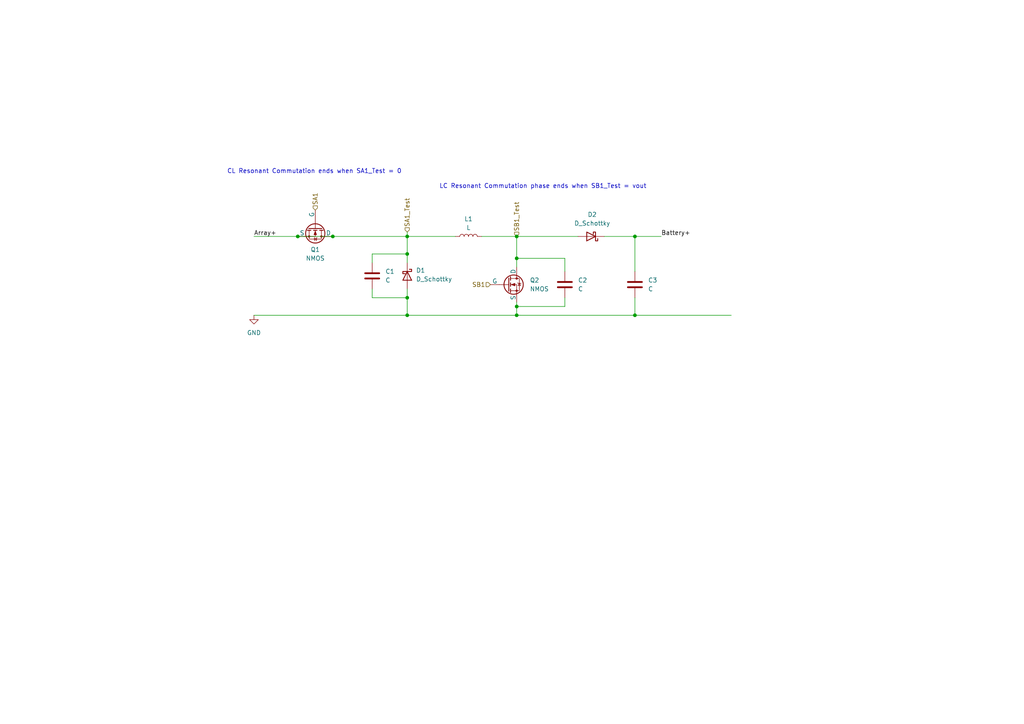
<source format=kicad_sch>
(kicad_sch (version 20231120) (generator "eeschema") (generator_version "8.0")
  (paper "A4")
  (lib_symbols
    (symbol "Device:C" (pin_numbers hide) (pin_names (offset 0.254))
      (property "Reference" "C" (at 0.635 2.54 0))
      (property "Value" "C" (at 0.635 -2.54 0))
      (symbol "C_0_1"
        (polyline (pts (xy -2.032 -0.762) (xy 2.032 -0.762)) (stroke (width 0.508)))
        (polyline (pts (xy -2.032 0.762) (xy 2.032 0.762)) (stroke (width 0.508)))
      )
      (symbol "C_1_1"
        (pin passive line (at 0 3.81 270) (length 2.794) (name "~") (number "1"))
        (pin passive line (at 0 -3.81 90) (length 2.794) (name "~") (number "2"))
      )
    )
    (symbol "Device:D_Schottky" (pin_numbers hide) (pin_names (offset 1.016) hide)
      (property "Reference" "D" (at 0 2.54 0))
      (property "Value" "D_Schottky" (at 0 -2.54 0))
      (symbol "D_Schottky_0_1"
        (polyline (pts (xy 1.27 0) (xy -1.27 0)))
        (polyline (pts (xy 1.27 1.27) (xy 1.27 -1.27) (xy -1.27 0) (xy 1.27 1.27)) (stroke (width 0.254)))
        (polyline (pts (xy -1.905 0.635) (xy -1.905 1.27) (xy -1.27 1.27) (xy -1.27 -1.27) (xy -0.635 -1.27) (xy -0.635 -0.635)) (stroke (width 0.254)))
      )
      (symbol "D_Schottky_1_1"
        (pin passive line (at -3.81 0 0) (length 2.54) (name "K") (number "1"))
        (pin passive line (at 3.81 0 180) (length 2.54) (name "A") (number "2"))
      )
    )
    (symbol "Device:L" (pin_numbers hide) (pin_names (offset 1.016) hide)
      (property "Reference" "L" (at -1.27 0 90))
      (property "Value" "L" (at 1.905 0 90))
      (symbol "L_0_1"
        (arc (start 0 -2.54) (mid 0.6323 -1.905) (end 0 -1.27))
        (arc (start 0 -1.27) (mid 0.6323 -0.635) (end 0 0))
        (arc (start 0 0) (mid 0.6323 0.635) (end 0 1.27))
        (arc (start 0 1.27) (mid 0.6323 1.905) (end 0 2.54))
      )
      (symbol "L_1_1"
        (pin passive line (at 0 3.81 270) (length 1.27) (name "1") (number "1"))
        (pin passive line (at 0 -3.81 90) (length 1.27) (name "2") (number "2"))
      )
    )
    (symbol "Simulation_SPICE:NMOS" (pin_numbers hide) (pin_names (offset 0))
      (property "Reference" "Q" (at 5.08 1.27 0))
      (property "Value" "NMOS" (at 5.08 -1.27 0))
      (symbol "NMOS_0_1"
        (polyline (pts (xy 0.254 0) (xy -2.54 0)))
        (polyline (pts (xy 0.254 1.905) (xy 0.254 -1.905)) (stroke (width 0.254)))
        (polyline (pts (xy 0.762 -1.27) (xy 0.762 -2.286)) (stroke (width 0.254)))
        (polyline (pts (xy 0.762 0.508) (xy 0.762 -0.508)) (stroke (width 0.254)))
        (polyline (pts (xy 0.762 2.286) (xy 0.762 1.27)) (stroke (width 0.254)))
        (polyline (pts (xy 2.54 2.54) (xy 2.54 1.778)))
        (polyline (pts (xy 2.54 -2.54) (xy 2.54 0) (xy 0.762 0)))
        (polyline (pts (xy 0.762 -1.778) (xy 3.302 -1.778) (xy 3.302 1.778) (xy 0.762 1.778)))
        (polyline (pts (xy 1.016 0) (xy 2.032 0.381) (xy 2.032 -0.381) (xy 1.016 0)) (fill (type outline)))
        (polyline (pts (xy 2.794 0.508) (xy 2.921 0.381) (xy 3.683 0.381) (xy 3.81 0.254)))
        (polyline (pts (xy 3.302 0.381) (xy 2.921 -0.254) (xy 3.683 -0.254) (xy 3.302 0.381)))
        (circle (center 1.651 0) (radius 2.794) (stroke (width 0.254)))
        (circle (center 2.54 -1.778) (radius 0.254) (fill (type outline)))
        (circle (center 2.54 1.778) (radius 0.254) (fill (type outline)))
      )
      (symbol "NMOS_1_1"
        (pin passive line (at 2.54 5.08 270) (length 2.54) (name "D") (number "1"))
        (pin input line (at -5.08 0 0) (length 2.54) (name "G") (number "2"))
        (pin passive line (at 2.54 -5.08 90) (length 2.54) (name "S") (number "3"))
      )
    )
    (symbol "power:GND" (power) (pin_numbers hide) (pin_names (offset 0) hide)
      (property "Value" "GND" (at 0 -3.81 0))
      (symbol "GND_0_1"
        (polyline (pts (xy 0 0) (xy 0 -1.27) (xy 1.27 -1.27) (xy 0 -2.54) (xy -1.27 -1.27) (xy 0 -1.27)))
      )
      (symbol "GND_1_1"
        (pin power_in line (at 0 0 270) (length 0) (name "~") (number "1"))
      )
    )
  )
  (junction (at 118.11 73.66))
  (junction (at 118.11 91.44))
  (junction (at 149.86 91.44))
  (junction (at 118.11 68.58))
  (junction (at 149.86 68.58))
  (junction (at 86.36 68.58))
  (junction (at 149.86 74.93))
  (junction (at 118.11 86.36))
  (junction (at 184.15 91.44))
  (junction (at 149.86 88.9))
  (junction (at 96.52 68.58))
  (junction (at 184.15 68.58))
  (wire (pts (xy 163.83 78.74) (xy 163.83 74.93)))
  (wire (pts (xy 118.11 86.36) (xy 118.11 91.44)))
  (wire (pts (xy 149.86 87.63) (xy 149.86 88.9)))
  (wire (pts (xy 184.15 91.44) (xy 212.09 91.44)))
  (wire (pts (xy 184.15 91.44) (xy 149.86 91.44)))
  (wire (pts (xy 118.11 67.31) (xy 118.11 68.58)))
  (wire (pts (xy 149.86 68.58) (xy 167.64 68.58)))
  (wire (pts (xy 118.11 68.58) (xy 132.08 68.58)))
  (wire (pts (xy 118.11 68.58) (xy 96.52 68.58)))
  (wire (pts (xy 163.83 74.93) (xy 149.86 74.93)))
  (wire (pts (xy 96.52 68.58) (xy 86.36 68.58)))
  (wire (pts (xy 163.83 88.9) (xy 149.86 88.9)))
  (wire (pts (xy 118.11 83.82) (xy 118.11 86.36)))
  (wire (pts (xy 149.86 77.47) (xy 149.86 74.93)))
  (wire (pts (xy 149.86 88.9) (xy 149.86 91.44)))
  (wire (pts (xy 107.95 83.82) (xy 107.95 86.36)))
  (wire (pts (xy 149.86 91.44) (xy 118.11 91.44)))
  (wire (pts (xy 118.11 73.66) (xy 118.11 76.2)))
  (wire (pts (xy 73.66 91.44) (xy 118.11 91.44)))
  (wire (pts (xy 163.83 86.36) (xy 163.83 88.9)))
  (wire (pts (xy 118.11 86.36) (xy 107.95 86.36)))
  (wire (pts (xy 118.11 68.58) (xy 118.11 73.66)))
  (wire (pts (xy 175.26 68.58) (xy 184.15 68.58)))
  (wire (pts (xy 107.95 73.66) (xy 118.11 73.66)))
  (wire (pts (xy 184.15 68.58) (xy 191.77 68.58)))
  (wire (pts (xy 73.66 68.58) (xy 86.36 68.58)))
  (wire (pts (xy 139.7 68.58) (xy 149.86 68.58)))
  (wire (pts (xy 184.15 68.58) (xy 184.15 78.74)))
  (wire (pts (xy 107.95 76.2) (xy 107.95 73.66)))
  (wire (pts (xy 184.15 86.36) (xy 184.15 91.44)))
  (wire (pts (xy 149.86 74.93) (xy 149.86 68.58)))
  (text "CL Resonant Commutation ends when SA1_Test = 0\n\n" (at 91.186 50.8 0) (effects (font (size 1.27 1.27))))
  (text "LC Resonant Commutation phase ends when SB1_Test = vout\n" (at 157.48 54.102 0) (effects (font (size 1.27 1.27))))
  (label "Array+" (at 73.66 68.58 0))
  (label "Battery+" (at 191.77 68.58 0))
  (hierarchical_label "SB1_Test" (shape input) (at 149.86 68.58 90))
  (hierarchical_label "SA1_Test" (shape input) (at 118.11 67.31 90))
  (hierarchical_label "SB1" (shape input) (at 142.24 82.55 180))
  (hierarchical_label "SA1" (shape input) (at 91.44 60.96 90))
  (symbol (lib_id "Device:D_Schottky") (at 171.45 68.58 180) (unit 1)
    (property "Reference" "D2" (at 171.7675 62.23 0))
    (property "Value" "D_Schottky" (at 171.7675 64.77 0))
    (property "Description" "Schottky diode" (effects (hide yes)))
  )
  (symbol (lib_id "Simulation_SPICE:NMOS") (at 147.32 82.55 0) (unit 1)
    (property "Reference" "Q2" (at 153.67 81.2799 0) (effects (justify left)))
    (property "Value" "NMOS" (at 153.67 83.8199 0) (effects (justify left)))
    (property "Datasheet" "https://ngspice.sourceforge.io/docs/ngspice-html-manual/manual.xhtml#cha_MOSFETs" (effects (hide yes)))
    (property "Description" "N-MOSFET transistor, drain/source/gate" (effects (hide yes)))
    (property "Sim.Device" "NMOS" (effects (hide yes)))
    (property "Sim.Type" "VDMOS" (effects (hide yes)))
    (property "Sim.Pins" "1=D 2=G 3=S" (effects (hide yes)))
  )
  (symbol (lib_id "Device:C") (at 107.95 80.01 0) (unit 1)
    (property "Reference" "C1" (at 111.76 78.7399 0) (effects (justify left)))
    (property "Value" "C" (at 111.76 81.2799 0) (effects (justify left)))
    (property "Description" "Unpolarized capacitor" (effects (hide yes)))
  )
  (symbol (lib_id "Device:L") (at 135.89 68.58 90) (unit 1)
    (property "Reference" "L1" (at 135.89 63.5 90))
    (property "Value" "L" (at 135.89 66.04 90))
    (property "Description" "Inductor" (effects (hide yes)))
  )
  (symbol (lib_id "power:GND") (at 73.66 91.44 0) (unit 1)
    (property "Reference" "#PWR01" (effects (hide yes)))
    (property "Value" "GND" (at 73.66 96.52 0))
    (property "Description" "Power symbol creates a global label with name \"GND\" , ground" (effects (hide yes)))
  )
  (symbol (lib_id "Device:C") (at 163.83 82.55 0) (unit 1)
    (property "Reference" "C2" (at 167.64 81.2799 0) (effects (justify left)))
    (property "Value" "C" (at 167.64 83.8199 0) (effects (justify left)))
    (property "Description" "Unpolarized capacitor" (effects (hide yes)))
  )
  (symbol (lib_id "Simulation_SPICE:NMOS") (at 91.44 66.04 270) (unit 1)
    (property "Reference" "Q1" (at 91.44 72.39 90))
    (property "Value" "NMOS" (at 91.44 74.93 90))
    (property "Datasheet" "https://ngspice.sourceforge.io/docs/ngspice-html-manual/manual.xhtml#cha_MOSFETs" (effects (hide yes)))
    (property "Description" "N-MOSFET transistor, drain/source/gate" (effects (hide yes)))
    (property "Sim.Device" "NMOS" (effects (hide yes)))
    (property "Sim.Type" "VDMOS" (effects (hide yes)))
    (property "Sim.Pins" "1=D 2=G 3=S" (effects (hide yes)))
  )
  (symbol (lib_id "Device:D_Schottky") (at 118.11 80.01 270) (unit 1)
    (property "Reference" "D1" (at 120.65 78.4224 90) (effects (justify left)))
    (property "Value" "D_Schottky" (at 120.65 80.9624 90) (effects (justify left)))
    (property "Description" "Schottky diode" (effects (hide yes)))
  )
  (symbol (lib_id "Device:C") (at 184.15 82.55 0) (unit 1)
    (property "Reference" "C3" (at 187.96 81.2799 0) (effects (justify left)))
    (property "Value" "C" (at 187.96 83.8199 0) (effects (justify left)))
    (property "Description" "Unpolarized capacitor" (effects (hide yes)))
  )
)
</source>
